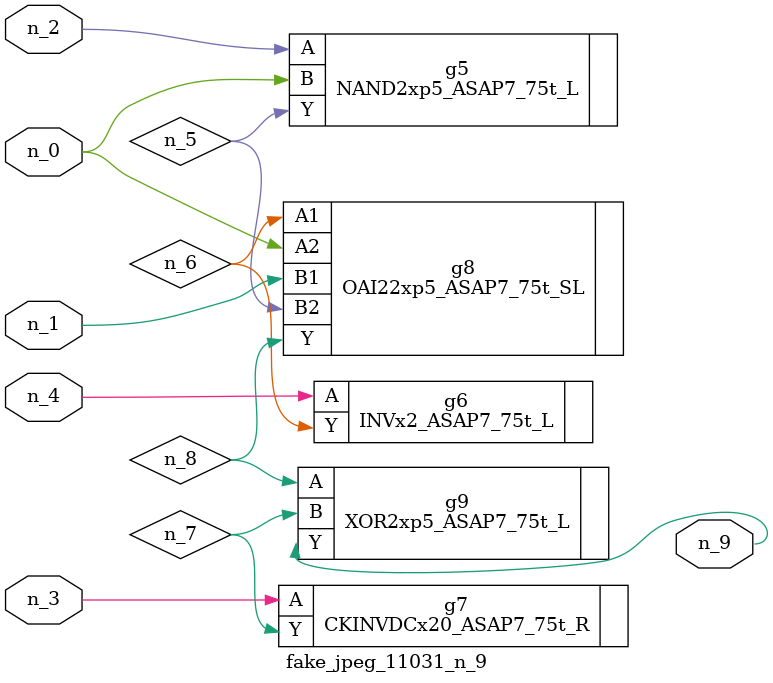
<source format=v>
module fake_jpeg_11031_n_9 (n_3, n_2, n_1, n_0, n_4, n_9);

input n_3;
input n_2;
input n_1;
input n_0;
input n_4;

output n_9;

wire n_8;
wire n_6;
wire n_5;
wire n_7;

NAND2xp5_ASAP7_75t_L g5 ( 
.A(n_2),
.B(n_0),
.Y(n_5)
);

INVx2_ASAP7_75t_L g6 ( 
.A(n_4),
.Y(n_6)
);

CKINVDCx20_ASAP7_75t_R g7 ( 
.A(n_3),
.Y(n_7)
);

OAI22xp5_ASAP7_75t_SL g8 ( 
.A1(n_6),
.A2(n_0),
.B1(n_1),
.B2(n_5),
.Y(n_8)
);

XOR2xp5_ASAP7_75t_L g9 ( 
.A(n_8),
.B(n_7),
.Y(n_9)
);


endmodule
</source>
